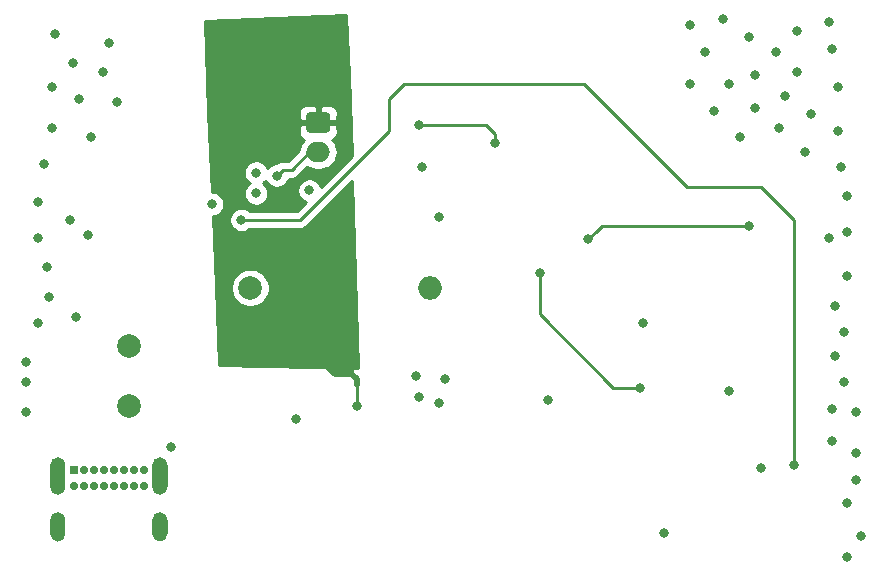
<source format=gbr>
%TF.GenerationSoftware,KiCad,Pcbnew,(5.1.10)-1*%
%TF.CreationDate,2022-10-02T14:19:25-06:00*%
%TF.ProjectId,PowerSupply,506f7765-7253-4757-9070-6c792e6b6963,rev?*%
%TF.SameCoordinates,Original*%
%TF.FileFunction,Copper,L4,Bot*%
%TF.FilePolarity,Positive*%
%FSLAX46Y46*%
G04 Gerber Fmt 4.6, Leading zero omitted, Abs format (unit mm)*
G04 Created by KiCad (PCBNEW (5.1.10)-1) date 2022-10-02 14:19:25*
%MOMM*%
%LPD*%
G01*
G04 APERTURE LIST*
%TA.AperFunction,ComponentPad*%
%ADD10O,2.000000X2.000000*%
%TD*%
%TA.AperFunction,ComponentPad*%
%ADD11C,2.000000*%
%TD*%
%TA.AperFunction,ComponentPad*%
%ADD12O,2.000000X1.700000*%
%TD*%
%TA.AperFunction,ComponentPad*%
%ADD13C,0.700000*%
%TD*%
%TA.AperFunction,ComponentPad*%
%ADD14R,0.700000X0.700000*%
%TD*%
%TA.AperFunction,ViaPad*%
%ADD15C,0.800000*%
%TD*%
%TA.AperFunction,Conductor*%
%ADD16C,0.250000*%
%TD*%
%TA.AperFunction,Conductor*%
%ADD17C,0.500000*%
%TD*%
%TA.AperFunction,Conductor*%
%ADD18C,1.000000*%
%TD*%
%TA.AperFunction,Conductor*%
%ADD19C,0.254000*%
%TD*%
%TA.AperFunction,Conductor*%
%ADD20C,0.100000*%
%TD*%
G04 APERTURE END LIST*
D10*
%TO.P,L201,2*%
%TO.N,Net-(D201-Pad2)*%
X87560000Y-67100000D03*
D11*
%TO.P,L201,1*%
%TO.N,VCC*%
X72320000Y-67100000D03*
%TD*%
D12*
%TO.P,J302,2*%
%TO.N,GND*%
X78070000Y-55600000D03*
%TO.P,J302,1*%
%TO.N,+BATT*%
%TA.AperFunction,ComponentPad*%
G36*
G01*
X77320000Y-52250000D02*
X78820000Y-52250000D01*
G75*
G02*
X79070000Y-52500000I0J-250000D01*
G01*
X79070000Y-53700000D01*
G75*
G02*
X78820000Y-53950000I-250000J0D01*
G01*
X77320000Y-53950000D01*
G75*
G02*
X77070000Y-53700000I0J250000D01*
G01*
X77070000Y-52500000D01*
G75*
G02*
X77320000Y-52250000I250000J0D01*
G01*
G37*
%TD.AperFunction*%
%TD*%
%TO.P,e,3*%
%TO.N,N/C*%
%TA.AperFunction,SMDPad,CuDef*%
G36*
G01*
X55375000Y-87934999D02*
X55375000Y-86734999D01*
G75*
G02*
X56025000Y-86084999I650000J0D01*
G01*
X56025000Y-86084999D01*
G75*
G02*
X56675000Y-86734999I0J-650000D01*
G01*
X56675000Y-87934999D01*
G75*
G02*
X56025000Y-88584999I-650000J0D01*
G01*
X56025000Y-88584999D01*
G75*
G02*
X55375000Y-87934999I0J650000D01*
G01*
G37*
%TD.AperFunction*%
%TO.P,e,4*%
%TA.AperFunction,SMDPad,CuDef*%
G36*
G01*
X64015000Y-87934999D02*
X64015000Y-86734999D01*
G75*
G02*
X64665000Y-86084999I650000J0D01*
G01*
X64665000Y-86084999D01*
G75*
G02*
X65315000Y-86734999I0J-650000D01*
G01*
X65315000Y-87934999D01*
G75*
G02*
X64665000Y-88584999I-650000J0D01*
G01*
X64665000Y-88584999D01*
G75*
G02*
X64015000Y-87934999I0J650000D01*
G01*
G37*
%TD.AperFunction*%
%TA.AperFunction,ComponentPad*%
G36*
G01*
X64315000Y-87635001D02*
X64315000Y-86735001D01*
G75*
G02*
X64665000Y-86385001I350000J0D01*
G01*
X64665000Y-86385001D01*
G75*
G02*
X65015000Y-86735001I0J-350000D01*
G01*
X65015000Y-87635001D01*
G75*
G02*
X64665000Y-87985001I-350000J0D01*
G01*
X64665000Y-87985001D01*
G75*
G02*
X64315000Y-87635001I0J350000D01*
G01*
G37*
%TD.AperFunction*%
%TO.P,e,3*%
%TA.AperFunction,ComponentPad*%
G36*
G01*
X55675000Y-87635001D02*
X55675000Y-86735001D01*
G75*
G02*
X56025000Y-86385001I350000J0D01*
G01*
X56025000Y-86385001D01*
G75*
G02*
X56375000Y-86735001I0J-350000D01*
G01*
X56375000Y-87635001D01*
G75*
G02*
X56025000Y-87985001I-350000J0D01*
G01*
X56025000Y-87985001D01*
G75*
G02*
X55675000Y-87635001I0J350000D01*
G01*
G37*
%TD.AperFunction*%
D13*
%TO.P,e,B12*%
X57370000Y-83885002D03*
%TO.P,e,B9*%
X58220000Y-83885002D03*
%TO.P,e,B8*%
X59070000Y-83885002D03*
%TO.P,e,B7*%
X59920000Y-83885002D03*
%TO.P,e,B6*%
X60770000Y-83885002D03*
%TO.P,e,B5*%
X61620000Y-83885002D03*
%TO.P,e,B4*%
X62470000Y-83885002D03*
%TO.P,e,B1*%
X63320000Y-83885002D03*
%TO.P,e,A12*%
%TO.N,GND*%
X63320000Y-82535001D03*
%TO.P,e,A9*%
%TO.N,Net-(FB301-Pad1)*%
X62470000Y-82535001D03*
%TO.P,e,A8*%
%TO.N,N/C*%
X61620000Y-82535001D03*
%TO.P,e,A7*%
X60770000Y-82535001D03*
%TO.P,e,A6*%
X59920000Y-82535001D03*
%TO.P,e,A5*%
X59070000Y-82535001D03*
%TO.P,e,A4*%
%TO.N,Net-(FB301-Pad1)*%
X58220000Y-82535001D03*
D14*
%TO.P,e,A1*%
%TO.N,GND*%
X57370000Y-82535001D03*
%TO.P,e,2*%
%TO.N,N/C*%
%TA.AperFunction,ComponentPad*%
G36*
G01*
X64015000Y-83985001D02*
X64015000Y-82085001D01*
G75*
G02*
X64665000Y-81435001I650000J0D01*
G01*
X64665000Y-81435001D01*
G75*
G02*
X65315000Y-82085001I0J-650000D01*
G01*
X65315000Y-83985001D01*
G75*
G02*
X64665000Y-84635001I-650000J0D01*
G01*
X64665000Y-84635001D01*
G75*
G02*
X64015000Y-83985001I0J650000D01*
G01*
G37*
%TD.AperFunction*%
%TO.P,e,1*%
%TA.AperFunction,ComponentPad*%
G36*
G01*
X55375000Y-83985001D02*
X55375000Y-82085001D01*
G75*
G02*
X56025000Y-81435001I650000J0D01*
G01*
X56025000Y-81435001D01*
G75*
G02*
X56675000Y-82085001I0J-650000D01*
G01*
X56675000Y-83985001D01*
G75*
G02*
X56025000Y-84635001I-650000J0D01*
G01*
X56025000Y-84635001D01*
G75*
G02*
X55375000Y-83985001I0J650000D01*
G01*
G37*
%TD.AperFunction*%
%TD*%
D11*
%TO.P,FB301,1*%
%TO.N,Net-(FB301-Pad1)*%
X62070000Y-77100000D03*
%TO.P,FB301,2*%
%TO.N,VBUS*%
X62070000Y-72020000D03*
%TD*%
D15*
%TO.N,GND*%
X65570000Y-80600000D03*
X86820000Y-56850000D03*
X88320000Y-61100000D03*
X60320000Y-46350000D03*
X57320000Y-48100000D03*
X57820000Y-51100000D03*
X59820000Y-48850000D03*
X58820000Y-54350000D03*
X55570000Y-53600000D03*
X55820000Y-45600000D03*
X55570000Y-50100000D03*
X61070000Y-51350000D03*
X54820000Y-56600000D03*
X57070000Y-61350000D03*
X54320000Y-59850000D03*
X55070000Y-65350000D03*
X57570000Y-69600000D03*
X54320000Y-62850000D03*
X54320000Y-70100000D03*
X55320000Y-67850000D03*
X58570000Y-62600000D03*
X76195000Y-78225000D03*
X105570000Y-70100000D03*
X109570000Y-44850000D03*
X114570000Y-45850000D03*
X115070000Y-49100000D03*
X121570000Y-46850000D03*
X118570000Y-45350000D03*
X118570000Y-48850000D03*
X119820000Y-52350000D03*
X117070000Y-53600000D03*
X111570000Y-52100000D03*
X109570000Y-49850000D03*
X110820000Y-47100000D03*
X112820000Y-49850000D03*
X115070000Y-51850000D03*
X122070000Y-50100000D03*
X117570000Y-50850000D03*
X119320000Y-55600000D03*
X113820000Y-54350000D03*
X112320000Y-44350000D03*
X116820000Y-47100000D03*
X121320000Y-44600000D03*
X107320000Y-87850000D03*
X115570000Y-82350000D03*
X112820000Y-75850000D03*
X97570000Y-76600000D03*
X86320000Y-74600000D03*
X86570000Y-76350000D03*
X88820000Y-74850000D03*
X88320000Y-76850000D03*
X74570000Y-57600000D03*
X72820000Y-59100000D03*
X72820000Y-57350000D03*
X69070000Y-60012500D03*
X77320000Y-58850000D03*
X121570000Y-77350000D03*
X123570000Y-77600000D03*
X122570000Y-70850000D03*
X122570000Y-75100000D03*
X121820000Y-72850000D03*
X122820000Y-66100000D03*
X121820000Y-68600000D03*
X121320000Y-62850000D03*
X122820000Y-59350000D03*
X122820000Y-62350000D03*
X122320000Y-56850000D03*
X122070000Y-53850000D03*
X121570000Y-80100000D03*
X123570000Y-81100000D03*
X122820000Y-89850000D03*
X124070000Y-88100000D03*
X122820000Y-85350000D03*
X123570000Y-83350000D03*
X53320000Y-73350000D03*
X53320000Y-75100000D03*
X53320000Y-77600000D03*
%TO.N,Net-(C202-Pad1)*%
X86570000Y-53350000D03*
X93070000Y-54850000D03*
%TO.N,+BATT*%
X81320000Y-77100000D03*
X80070000Y-51350000D03*
X75570000Y-51600000D03*
X75570000Y-53600000D03*
X69820000Y-51850000D03*
%TO.N,Net-(R206-Pad1)*%
X96820000Y-65850000D03*
X105320000Y-75600000D03*
%TO.N,Net-(R209-Pad2)*%
X100935000Y-62985000D03*
X114570000Y-61850000D03*
%TO.N,CHG_STAT*%
X71570000Y-61350000D03*
X118320000Y-82100000D03*
%TD*%
D16*
%TO.N,GND*%
X78070000Y-55600000D02*
X77320000Y-55600000D01*
X77320000Y-55600000D02*
X75820000Y-57100000D01*
X75820000Y-57100000D02*
X75820000Y-57100000D01*
X75070000Y-57100000D02*
X74570000Y-57600000D01*
X75820000Y-57100000D02*
X75070000Y-57100000D01*
%TO.N,Net-(C202-Pad1)*%
X93070000Y-54850000D02*
X93070000Y-54100000D01*
X93070000Y-54100000D02*
X92320000Y-53350000D01*
X92320000Y-53350000D02*
X86570000Y-53350000D01*
%TO.N,+BATT*%
X81320000Y-77100000D02*
X81320000Y-75350000D01*
D17*
X81320000Y-75350000D02*
X81320000Y-74850000D01*
X81320000Y-74850000D02*
X80570000Y-74100000D01*
D18*
X80570000Y-74100000D02*
X79570000Y-74100000D01*
X79570000Y-74100000D02*
X78320000Y-72850000D01*
D16*
%TO.N,Net-(R206-Pad1)*%
X96820000Y-65850000D02*
X96820000Y-69350000D01*
X103070000Y-75600000D02*
X105320000Y-75600000D01*
X96820000Y-69350000D02*
X103070000Y-75600000D01*
%TO.N,Net-(R209-Pad2)*%
X100935000Y-62985000D02*
X101570000Y-62350000D01*
X101570000Y-62350000D02*
X102070000Y-61850000D01*
X102070000Y-61850000D02*
X114570000Y-61850000D01*
X114570000Y-61850000D02*
X114570000Y-61850000D01*
%TO.N,CHG_STAT*%
X74131715Y-61350000D02*
X71570000Y-61350000D01*
X84070000Y-51100000D02*
X84070000Y-53850000D01*
X85320000Y-49850000D02*
X84070000Y-51100000D01*
X84070000Y-53850000D02*
X76570000Y-61350000D01*
X100570000Y-49850000D02*
X85320000Y-49850000D01*
X109320000Y-58600000D02*
X100570000Y-49850000D01*
X115570000Y-58600000D02*
X109320000Y-58600000D01*
X118320000Y-61350000D02*
X115570000Y-58600000D01*
X76570000Y-61350000D02*
X74131715Y-61350000D01*
X118320000Y-82100000D02*
X118320000Y-61350000D01*
%TD*%
D19*
%TO.N,+BATT*%
X80693092Y-49104939D02*
X80899350Y-55945848D01*
X78309916Y-58535283D01*
X78237205Y-58359744D01*
X78123937Y-58190226D01*
X77979774Y-58046063D01*
X77810256Y-57932795D01*
X77621898Y-57854774D01*
X77421939Y-57815000D01*
X77218061Y-57815000D01*
X77018102Y-57854774D01*
X76829744Y-57932795D01*
X76660226Y-58046063D01*
X76516063Y-58190226D01*
X76402795Y-58359744D01*
X76324774Y-58548102D01*
X76285000Y-58748061D01*
X76285000Y-58951939D01*
X76324774Y-59151898D01*
X76402795Y-59340256D01*
X76516063Y-59509774D01*
X76660226Y-59653937D01*
X76829744Y-59767205D01*
X77005283Y-59839916D01*
X76255199Y-60590000D01*
X72273711Y-60590000D01*
X72229774Y-60546063D01*
X72060256Y-60432795D01*
X71871898Y-60354774D01*
X71671939Y-60315000D01*
X71468061Y-60315000D01*
X71268102Y-60354774D01*
X71079744Y-60432795D01*
X70910226Y-60546063D01*
X70766063Y-60690226D01*
X70652795Y-60859744D01*
X70574774Y-61048102D01*
X70535000Y-61248061D01*
X70535000Y-61451939D01*
X70574774Y-61651898D01*
X70652795Y-61840256D01*
X70766063Y-62009774D01*
X70910226Y-62153937D01*
X71079744Y-62267205D01*
X71268102Y-62345226D01*
X71468061Y-62385000D01*
X71671939Y-62385000D01*
X71871898Y-62345226D01*
X72060256Y-62267205D01*
X72229774Y-62153937D01*
X72273711Y-62110000D01*
X76532678Y-62110000D01*
X76570000Y-62113676D01*
X76607322Y-62110000D01*
X76607333Y-62110000D01*
X76718986Y-62099003D01*
X76862247Y-62055546D01*
X76994276Y-61984974D01*
X77110001Y-61890001D01*
X77133804Y-61860997D01*
X80962265Y-58032536D01*
X81439030Y-73845244D01*
X69691817Y-73600511D01*
X69408348Y-66938967D01*
X70685000Y-66938967D01*
X70685000Y-67261033D01*
X70747832Y-67576912D01*
X70871082Y-67874463D01*
X71050013Y-68142252D01*
X71277748Y-68369987D01*
X71545537Y-68548918D01*
X71843088Y-68672168D01*
X72158967Y-68735000D01*
X72481033Y-68735000D01*
X72796912Y-68672168D01*
X73094463Y-68548918D01*
X73362252Y-68369987D01*
X73589987Y-68142252D01*
X73768918Y-67874463D01*
X73892168Y-67576912D01*
X73955000Y-67261033D01*
X73955000Y-66938967D01*
X73892168Y-66623088D01*
X73768918Y-66325537D01*
X73589987Y-66057748D01*
X73362252Y-65830013D01*
X73094463Y-65651082D01*
X72796912Y-65527832D01*
X72481033Y-65465000D01*
X72158967Y-65465000D01*
X71843088Y-65527832D01*
X71545537Y-65651082D01*
X71277748Y-65830013D01*
X71050013Y-66057748D01*
X70871082Y-66325537D01*
X70747832Y-66623088D01*
X70685000Y-66938967D01*
X69408348Y-66938967D01*
X69157647Y-61047500D01*
X69171939Y-61047500D01*
X69371898Y-61007726D01*
X69560256Y-60929705D01*
X69729774Y-60816437D01*
X69873937Y-60672274D01*
X69987205Y-60502756D01*
X70065226Y-60314398D01*
X70105000Y-60114439D01*
X70105000Y-59910561D01*
X70065226Y-59710602D01*
X69987205Y-59522244D01*
X69873937Y-59352726D01*
X69729774Y-59208563D01*
X69560256Y-59095295D01*
X69371898Y-59017274D01*
X69171939Y-58977500D01*
X69069562Y-58977500D01*
X68995969Y-57248061D01*
X71785000Y-57248061D01*
X71785000Y-57451939D01*
X71824774Y-57651898D01*
X71902795Y-57840256D01*
X72016063Y-58009774D01*
X72160226Y-58153937D01*
X72266580Y-58225000D01*
X72160226Y-58296063D01*
X72016063Y-58440226D01*
X71902795Y-58609744D01*
X71824774Y-58798102D01*
X71785000Y-58998061D01*
X71785000Y-59201939D01*
X71824774Y-59401898D01*
X71902795Y-59590256D01*
X72016063Y-59759774D01*
X72160226Y-59903937D01*
X72329744Y-60017205D01*
X72518102Y-60095226D01*
X72718061Y-60135000D01*
X72921939Y-60135000D01*
X73121898Y-60095226D01*
X73310256Y-60017205D01*
X73479774Y-59903937D01*
X73623937Y-59759774D01*
X73737205Y-59590256D01*
X73815226Y-59401898D01*
X73855000Y-59201939D01*
X73855000Y-58998061D01*
X73815226Y-58798102D01*
X73737205Y-58609744D01*
X73623937Y-58440226D01*
X73479774Y-58296063D01*
X73373420Y-58225000D01*
X73479774Y-58153937D01*
X73620770Y-58012941D01*
X73652795Y-58090256D01*
X73766063Y-58259774D01*
X73910226Y-58403937D01*
X74079744Y-58517205D01*
X74268102Y-58595226D01*
X74468061Y-58635000D01*
X74671939Y-58635000D01*
X74871898Y-58595226D01*
X75060256Y-58517205D01*
X75229774Y-58403937D01*
X75373937Y-58259774D01*
X75487205Y-58090256D01*
X75565226Y-57901898D01*
X75573560Y-57860000D01*
X75782678Y-57860000D01*
X75820000Y-57863676D01*
X75857322Y-57860000D01*
X75857333Y-57860000D01*
X75968986Y-57849003D01*
X76112247Y-57805546D01*
X76244276Y-57734974D01*
X76360001Y-57640001D01*
X76383804Y-57610997D01*
X77132113Y-56862689D01*
X77348966Y-56978599D01*
X77628889Y-57063513D01*
X77847050Y-57085000D01*
X78292950Y-57085000D01*
X78511111Y-57063513D01*
X78791034Y-56978599D01*
X79049014Y-56840706D01*
X79275134Y-56655134D01*
X79460706Y-56429014D01*
X79598599Y-56171034D01*
X79683513Y-55891111D01*
X79712185Y-55600000D01*
X79683513Y-55308889D01*
X79598599Y-55028966D01*
X79460706Y-54770986D01*
X79279392Y-54550055D01*
X79314180Y-54539502D01*
X79424494Y-54480537D01*
X79521185Y-54401185D01*
X79600537Y-54304494D01*
X79659502Y-54194180D01*
X79695812Y-54074482D01*
X79708072Y-53950000D01*
X79705000Y-53385750D01*
X79546250Y-53227000D01*
X78197000Y-53227000D01*
X78197000Y-53247000D01*
X77943000Y-53247000D01*
X77943000Y-53227000D01*
X76593750Y-53227000D01*
X76435000Y-53385750D01*
X76431928Y-53950000D01*
X76444188Y-54074482D01*
X76480498Y-54194180D01*
X76539463Y-54304494D01*
X76618815Y-54401185D01*
X76715506Y-54480537D01*
X76825820Y-54539502D01*
X76860608Y-54550055D01*
X76679294Y-54770986D01*
X76541401Y-55028966D01*
X76456487Y-55308889D01*
X76447766Y-55397432D01*
X75505199Y-56340000D01*
X75107325Y-56340000D01*
X75070000Y-56336324D01*
X75032675Y-56340000D01*
X75032667Y-56340000D01*
X74921014Y-56350997D01*
X74777753Y-56394454D01*
X74645724Y-56465026D01*
X74529999Y-56559999D01*
X74525895Y-56565000D01*
X74468061Y-56565000D01*
X74268102Y-56604774D01*
X74079744Y-56682795D01*
X73910226Y-56796063D01*
X73769230Y-56937059D01*
X73737205Y-56859744D01*
X73623937Y-56690226D01*
X73479774Y-56546063D01*
X73310256Y-56432795D01*
X73121898Y-56354774D01*
X72921939Y-56315000D01*
X72718061Y-56315000D01*
X72518102Y-56354774D01*
X72329744Y-56432795D01*
X72160226Y-56546063D01*
X72016063Y-56690226D01*
X71902795Y-56859744D01*
X71824774Y-57048102D01*
X71785000Y-57248061D01*
X68995969Y-57248061D01*
X68783286Y-52250000D01*
X76431928Y-52250000D01*
X76435000Y-52814250D01*
X76593750Y-52973000D01*
X77943000Y-52973000D01*
X77943000Y-51773750D01*
X78197000Y-51773750D01*
X78197000Y-52973000D01*
X79546250Y-52973000D01*
X79705000Y-52814250D01*
X79708072Y-52250000D01*
X79695812Y-52125518D01*
X79659502Y-52005820D01*
X79600537Y-51895506D01*
X79521185Y-51798815D01*
X79424494Y-51719463D01*
X79314180Y-51660498D01*
X79194482Y-51624188D01*
X79070000Y-51611928D01*
X78355750Y-51615000D01*
X78197000Y-51773750D01*
X77943000Y-51773750D01*
X77784250Y-51615000D01*
X77070000Y-51611928D01*
X76945518Y-51624188D01*
X76825820Y-51660498D01*
X76715506Y-51719463D01*
X76618815Y-51798815D01*
X76539463Y-51895506D01*
X76480498Y-52005820D01*
X76444188Y-52125518D01*
X76431928Y-52250000D01*
X68783286Y-52250000D01*
X68452294Y-44471706D01*
X80449144Y-43982038D01*
X80693092Y-49104939D01*
%TA.AperFunction,Conductor*%
D20*
G36*
X80693092Y-49104939D02*
G01*
X80899350Y-55945848D01*
X78309916Y-58535283D01*
X78237205Y-58359744D01*
X78123937Y-58190226D01*
X77979774Y-58046063D01*
X77810256Y-57932795D01*
X77621898Y-57854774D01*
X77421939Y-57815000D01*
X77218061Y-57815000D01*
X77018102Y-57854774D01*
X76829744Y-57932795D01*
X76660226Y-58046063D01*
X76516063Y-58190226D01*
X76402795Y-58359744D01*
X76324774Y-58548102D01*
X76285000Y-58748061D01*
X76285000Y-58951939D01*
X76324774Y-59151898D01*
X76402795Y-59340256D01*
X76516063Y-59509774D01*
X76660226Y-59653937D01*
X76829744Y-59767205D01*
X77005283Y-59839916D01*
X76255199Y-60590000D01*
X72273711Y-60590000D01*
X72229774Y-60546063D01*
X72060256Y-60432795D01*
X71871898Y-60354774D01*
X71671939Y-60315000D01*
X71468061Y-60315000D01*
X71268102Y-60354774D01*
X71079744Y-60432795D01*
X70910226Y-60546063D01*
X70766063Y-60690226D01*
X70652795Y-60859744D01*
X70574774Y-61048102D01*
X70535000Y-61248061D01*
X70535000Y-61451939D01*
X70574774Y-61651898D01*
X70652795Y-61840256D01*
X70766063Y-62009774D01*
X70910226Y-62153937D01*
X71079744Y-62267205D01*
X71268102Y-62345226D01*
X71468061Y-62385000D01*
X71671939Y-62385000D01*
X71871898Y-62345226D01*
X72060256Y-62267205D01*
X72229774Y-62153937D01*
X72273711Y-62110000D01*
X76532678Y-62110000D01*
X76570000Y-62113676D01*
X76607322Y-62110000D01*
X76607333Y-62110000D01*
X76718986Y-62099003D01*
X76862247Y-62055546D01*
X76994276Y-61984974D01*
X77110001Y-61890001D01*
X77133804Y-61860997D01*
X80962265Y-58032536D01*
X81439030Y-73845244D01*
X69691817Y-73600511D01*
X69408348Y-66938967D01*
X70685000Y-66938967D01*
X70685000Y-67261033D01*
X70747832Y-67576912D01*
X70871082Y-67874463D01*
X71050013Y-68142252D01*
X71277748Y-68369987D01*
X71545537Y-68548918D01*
X71843088Y-68672168D01*
X72158967Y-68735000D01*
X72481033Y-68735000D01*
X72796912Y-68672168D01*
X73094463Y-68548918D01*
X73362252Y-68369987D01*
X73589987Y-68142252D01*
X73768918Y-67874463D01*
X73892168Y-67576912D01*
X73955000Y-67261033D01*
X73955000Y-66938967D01*
X73892168Y-66623088D01*
X73768918Y-66325537D01*
X73589987Y-66057748D01*
X73362252Y-65830013D01*
X73094463Y-65651082D01*
X72796912Y-65527832D01*
X72481033Y-65465000D01*
X72158967Y-65465000D01*
X71843088Y-65527832D01*
X71545537Y-65651082D01*
X71277748Y-65830013D01*
X71050013Y-66057748D01*
X70871082Y-66325537D01*
X70747832Y-66623088D01*
X70685000Y-66938967D01*
X69408348Y-66938967D01*
X69157647Y-61047500D01*
X69171939Y-61047500D01*
X69371898Y-61007726D01*
X69560256Y-60929705D01*
X69729774Y-60816437D01*
X69873937Y-60672274D01*
X69987205Y-60502756D01*
X70065226Y-60314398D01*
X70105000Y-60114439D01*
X70105000Y-59910561D01*
X70065226Y-59710602D01*
X69987205Y-59522244D01*
X69873937Y-59352726D01*
X69729774Y-59208563D01*
X69560256Y-59095295D01*
X69371898Y-59017274D01*
X69171939Y-58977500D01*
X69069562Y-58977500D01*
X68995969Y-57248061D01*
X71785000Y-57248061D01*
X71785000Y-57451939D01*
X71824774Y-57651898D01*
X71902795Y-57840256D01*
X72016063Y-58009774D01*
X72160226Y-58153937D01*
X72266580Y-58225000D01*
X72160226Y-58296063D01*
X72016063Y-58440226D01*
X71902795Y-58609744D01*
X71824774Y-58798102D01*
X71785000Y-58998061D01*
X71785000Y-59201939D01*
X71824774Y-59401898D01*
X71902795Y-59590256D01*
X72016063Y-59759774D01*
X72160226Y-59903937D01*
X72329744Y-60017205D01*
X72518102Y-60095226D01*
X72718061Y-60135000D01*
X72921939Y-60135000D01*
X73121898Y-60095226D01*
X73310256Y-60017205D01*
X73479774Y-59903937D01*
X73623937Y-59759774D01*
X73737205Y-59590256D01*
X73815226Y-59401898D01*
X73855000Y-59201939D01*
X73855000Y-58998061D01*
X73815226Y-58798102D01*
X73737205Y-58609744D01*
X73623937Y-58440226D01*
X73479774Y-58296063D01*
X73373420Y-58225000D01*
X73479774Y-58153937D01*
X73620770Y-58012941D01*
X73652795Y-58090256D01*
X73766063Y-58259774D01*
X73910226Y-58403937D01*
X74079744Y-58517205D01*
X74268102Y-58595226D01*
X74468061Y-58635000D01*
X74671939Y-58635000D01*
X74871898Y-58595226D01*
X75060256Y-58517205D01*
X75229774Y-58403937D01*
X75373937Y-58259774D01*
X75487205Y-58090256D01*
X75565226Y-57901898D01*
X75573560Y-57860000D01*
X75782678Y-57860000D01*
X75820000Y-57863676D01*
X75857322Y-57860000D01*
X75857333Y-57860000D01*
X75968986Y-57849003D01*
X76112247Y-57805546D01*
X76244276Y-57734974D01*
X76360001Y-57640001D01*
X76383804Y-57610997D01*
X77132113Y-56862689D01*
X77348966Y-56978599D01*
X77628889Y-57063513D01*
X77847050Y-57085000D01*
X78292950Y-57085000D01*
X78511111Y-57063513D01*
X78791034Y-56978599D01*
X79049014Y-56840706D01*
X79275134Y-56655134D01*
X79460706Y-56429014D01*
X79598599Y-56171034D01*
X79683513Y-55891111D01*
X79712185Y-55600000D01*
X79683513Y-55308889D01*
X79598599Y-55028966D01*
X79460706Y-54770986D01*
X79279392Y-54550055D01*
X79314180Y-54539502D01*
X79424494Y-54480537D01*
X79521185Y-54401185D01*
X79600537Y-54304494D01*
X79659502Y-54194180D01*
X79695812Y-54074482D01*
X79708072Y-53950000D01*
X79705000Y-53385750D01*
X79546250Y-53227000D01*
X78197000Y-53227000D01*
X78197000Y-53247000D01*
X77943000Y-53247000D01*
X77943000Y-53227000D01*
X76593750Y-53227000D01*
X76435000Y-53385750D01*
X76431928Y-53950000D01*
X76444188Y-54074482D01*
X76480498Y-54194180D01*
X76539463Y-54304494D01*
X76618815Y-54401185D01*
X76715506Y-54480537D01*
X76825820Y-54539502D01*
X76860608Y-54550055D01*
X76679294Y-54770986D01*
X76541401Y-55028966D01*
X76456487Y-55308889D01*
X76447766Y-55397432D01*
X75505199Y-56340000D01*
X75107325Y-56340000D01*
X75070000Y-56336324D01*
X75032675Y-56340000D01*
X75032667Y-56340000D01*
X74921014Y-56350997D01*
X74777753Y-56394454D01*
X74645724Y-56465026D01*
X74529999Y-56559999D01*
X74525895Y-56565000D01*
X74468061Y-56565000D01*
X74268102Y-56604774D01*
X74079744Y-56682795D01*
X73910226Y-56796063D01*
X73769230Y-56937059D01*
X73737205Y-56859744D01*
X73623937Y-56690226D01*
X73479774Y-56546063D01*
X73310256Y-56432795D01*
X73121898Y-56354774D01*
X72921939Y-56315000D01*
X72718061Y-56315000D01*
X72518102Y-56354774D01*
X72329744Y-56432795D01*
X72160226Y-56546063D01*
X72016063Y-56690226D01*
X71902795Y-56859744D01*
X71824774Y-57048102D01*
X71785000Y-57248061D01*
X68995969Y-57248061D01*
X68783286Y-52250000D01*
X76431928Y-52250000D01*
X76435000Y-52814250D01*
X76593750Y-52973000D01*
X77943000Y-52973000D01*
X77943000Y-51773750D01*
X78197000Y-51773750D01*
X78197000Y-52973000D01*
X79546250Y-52973000D01*
X79705000Y-52814250D01*
X79708072Y-52250000D01*
X79695812Y-52125518D01*
X79659502Y-52005820D01*
X79600537Y-51895506D01*
X79521185Y-51798815D01*
X79424494Y-51719463D01*
X79314180Y-51660498D01*
X79194482Y-51624188D01*
X79070000Y-51611928D01*
X78355750Y-51615000D01*
X78197000Y-51773750D01*
X77943000Y-51773750D01*
X77784250Y-51615000D01*
X77070000Y-51611928D01*
X76945518Y-51624188D01*
X76825820Y-51660498D01*
X76715506Y-51719463D01*
X76618815Y-51798815D01*
X76539463Y-51895506D01*
X76480498Y-52005820D01*
X76444188Y-52125518D01*
X76431928Y-52250000D01*
X68783286Y-52250000D01*
X68452294Y-44471706D01*
X80449144Y-43982038D01*
X80693092Y-49104939D01*
G37*
%TD.AperFunction*%
%TD*%
M02*

</source>
